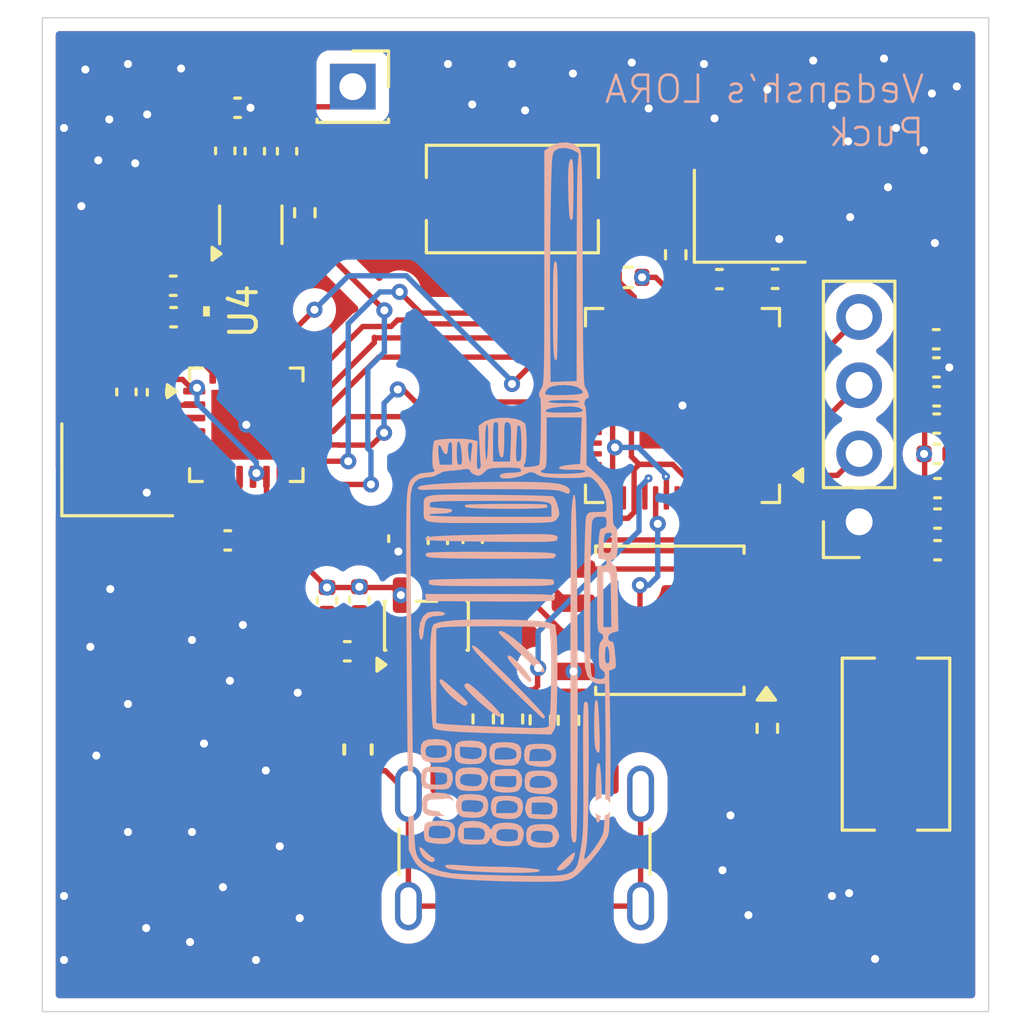
<source format=kicad_pcb>
(kicad_pcb (version 20241229) (generator "pcbnew") (generator_version "9.0")
  (layers (0 "F.Cu" signal) (4 "In1.Cu" signal) (6 "In2.Cu" signal) (2 "B.Cu" signal) (13 "F.Paste" user) (15 "B.Paste" user) (5 "F.SilkS" user "F.Silkscreen") (7 "B.SilkS" user "B.Silkscreen") (1 "F.Mask" user) (3 "B.Mask" user) (25 "Edge.Cuts" user))
  (net 0 "")
  (net 1 "Net-(AE1-A)")
  (net 2 "Earth")
  (net 3 "+3V3")
  (net 4 "/SX_VR_PA")
  (net 5 "Net-(C4-Pad2)")
  (net 6 "Net-(U3-CTRL)")
  (net 7 "Net-(C7-Pad2)")
  (net 8 "Net-(U3-RFIN)")
  (net 9 "/XIN")
  (net 10 "Net-(C10-Pad1)")
  (net 11 "Net-(C11-Pad2)")
  (net 12 "+1V1")
  (net 13 "VBUS")
  (net 14 "Net-(J1-SHIELD)")
  (net 16 "/USB_DM")
  (net 17 "/USB_DP")
  (net 18 "Net-(J1-CC2)")
  (net 19 "Net-(J1-CC1)")
  (net 21 "Net-(U1-DCC_SW)")
  (net 22 "/SX_RFO")
  (net 23 "/SX_DIO2")
  (net 24 "Net-(U2-USB_DM)")
  (net 25 "Net-(U2-USB_DP)")
  (net 26 "/RUN")
  (net 27 "/XOUT")
  (net 28 "/SPI_MISO")
  (net 29 "/SX_RFI_P")
  (net 30 "/SX_BUSY")
  (net 31 "/SPI_CLK")
  (net 32 "/SX_DIO1")
  (net 33 "/SX_NSS")
  (net 34 "/SX_DIO3")
  (net 35 "/SX_RFI_N")
  (net 36 "/SX_XTA")
  (net 37 "/SX_XTB")
  (net 38 "/SX_NRST")
  (net 39 "/SPI_MOSI")
  (net 43 "/QSPI_SD1")
  (net 44 "/SDA")
  (net 45 "/QSPI_SD2")
  (net 49 "/QSPI_SD0")
  (net 59 "/QSPI_SCLK")
  (net 60 "/QSPI_SD3")
  (net 62 "/QSPI_SS")
  (net 67 "/SCL")
  (net 72 "Net-(U3-RF2)")
  (net 73 "Net-(U3-RF1)")
  (net 75 "Net-(R8-Pad2)")
  (net 76 "Net-(U1-VREG)")
  (footprint "Capacitor_SMD:C_0402_1005Metric" (layer "F.Cu") (at 141.508912 83.763954 180)
    (property "Reference" "C25" (hide yes))
    (property "Value" "10uF" (hide yes))
  )
  (footprint "Connector_PinSocket_2.54mm:PinSocket_1x01_P2.54mm_Vertical" (layer "F.Cu") (at 141.712438 62.755749)
    (property "Reference" "AE1" (hide yes))
    (property "Value" "Antenna" (hide yes))
  )
  (footprint "Package_DFN_QFN:QFN-56-1EP_7x7mm_P0.4mm_EP3.2x3.2mm" (layer "F.Cu") (at 153.98125 74.61875 180)
    (property "Reference" "U2" (hide yes))
    (property "Value" "RP2040" (hide yes))
  )
  (footprint "Connector_PinSocket_2.54mm:PinSocket_1x04_P2.54mm_Vertical" (layer "F.Cu") (at 160.554252 78.945382 180)
    (property "Reference" "J2" (hide yes))
    (property "Value" "Conn_01x04" (hide yes))
  )
  (footprint "Resistor_SMD:R_0402_1005Metric" (layer "F.Cu") (at 153.729086 69.010436 -90)
    (property "Reference" "R5" (hide yes))
    (property "Value" "1k" (hide yes))
  )
  (footprint "Capacitor_SMD:C_0402_1005Metric" (layer "F.Cu") (at 137.061371 79.638366)
    (property "Reference" "C3" (hide yes))
    (property "Value" "470nF" (hide yes))
  )
  (footprint "Capacitor_SMD:C_0402_1005Metric" (layer "F.Cu") (at 157.426848 69.905239)
    (property "Reference" "C11" (hide yes))
    (property "Value" "15pF" (hide yes))
  )
  (footprint "Capacitor_SMD:C_0402_1005Metric" (layer "F.Cu") (at 155.355493 69.916283 180)
    (property "Reference" "C10" (hide yes))
    (property "Value" "15pF" (hide yes))
  )
  (footprint "Package_SO:SOIC-8_5.3x5.3mm_P1.27mm" (layer "F.Cu") (at 153.510597 82.607929 180)
    (property "Reference" "U5" (hide yes))
    (property "Value" "W25Q16JVSS" (hide yes))
  )
  (footprint "0900FM15D0039001E:0900FM15D0039E_JOT" (layer "F.Cu") (at 137.650665 71.115034 90)
    (property "Reference" "U4")
    (property "Value" "0900FM15D0039E" (hide yes))
  )
  (footprint "Resistor_SMD:R_0402_1005Metric" (layer "F.Cu") (at 157.138201 86.629057 -90)
    (property "Reference" "R8" (hide yes))
    (property "Value" "1K" (hide yes))
  )
  (footprint "Button_Switch_SMD:SW_Tactile_SPST_NO_Straight_CK_PTS636Sx25SMTRLFS" (layer "F.Cu") (at 161.925 87.21875 -90)
    (property "Reference" "SW1" (hide yes))
    (property "Value" "SW_Push" (hide yes))
  )
  (footprint "Capacitor_SMD:C_0402_1005Metric" (layer "F.Cu") (at 163.449348 76.420248)
    (property "Reference" "C17" (hide yes))
    (property "Value" "100nF" (hide yes))
  )
  (footprint "Package_DFN_QFN:QFN-24-1EP_4x4mm_P0.5mm_EP2.6x2.6mm" (layer "F.Cu") (at 137.751427 75.335605)
    (property "Reference" "U1" (hide yes))
    (property "Value" "SX1262IMLTRT" (hide yes))
  )
  (footprint "Capacitor_SMD:C_0402_1005Metric" (layer "F.Cu") (at 163.422815 72.154566)
    (property "Reference" "C19" (hide yes))
    (property "Value" "100nF" (hide yes))
  )
  (footprint "Resistor_SMD:R_0402_1005Metric" (layer "F.Cu") (at 146.566225 86.280261 90)
    (property "Reference" "R6" (hide yes))
    (property "Value" "5.1k" (hide yes))
  )
  (footprint "Capacitor_SMD:C_0402_1005Metric" (layer "F.Cu") (at 144.880355 79.650218 90)
    (property "Reference" "C20" (hide yes))
    (property "Value" "1uF" (hide yes))
  )
  (footprint "Resistor_SMD:R_0402_1005Metric" (layer "F.Cu") (at 139.930035 67.44595 90)
    (property "Reference" "R1" (hide yes))
    (property "Value" "100" (hide yes))
  )
  (footprint "Resistor_SMD:R_0402_1005Metric" (layer "F.Cu") (at 148.692646 86.315122 -90)
    (property "Reference" "R3" (hide yes))
    (property "Value" "27.4" (hide yes))
  )
  (footprint "Capacitor_SMD:C_0402_1005Metric" (layer "F.Cu") (at 163.43769 74.277984)
    (property "Reference" "C12" (hide yes))
    (property "Value" "1uF" (hide yes))
  )
  (footprint "Crystal:Crystal_SMD_Abracon_ABM8G-4Pin_3.2x2.5mm" (layer "F.Cu") (at 156.482053 67.576054)
    (property "Reference" "Y2" (hide yes))
    (property "Value" "12MHz" (hide yes))
  )
  (footprint "Resistor_SMD:R_0402_1005Metric" (layer "F.Cu") (at 147.654502 86.281484 -90)
    (property "Reference" "R2" (hide yes))
    (property "Value" "27.4" (hide yes))
  )
  (footprint "Resistor_SMD:R_0402_1005Metric" (layer "F.Cu") (at 149.73876 86.332812 -90)
    (property "Reference" "R7" (hide yes))
    (property "Value" "5.1k" (hide yes))
  )
  (footprint "Capacitor_SMD:C_0402_1005Metric" (layer "F.Cu") (at 135.032774 70.163151 180)
    (property "Reference" "C5" (hide yes))
    (property "Value" "47nF" (hide yes))
  )
  (footprint "Capacitor_SMD:C_0402_1005Metric" (layer "F.Cu") (at 146.174645 79.610997 -90)
    (property "Reference" "C21" (hide yes))
    (property "Value" "100nF" (hide yes))
  )
  (footprint "Package_TO_SOT_SMD:SOT-363_SC-70-6" (layer "F.Cu") (at 137.919623 67.89245 90)
    (property "Reference" "U3" (hide yes))
    (property "Value" "PE4259" (hide yes))
  )
  (footprint "Capacitor_SMD:C_0402_1005Metric" (layer "F.Cu") (at 139.268219 65.156901 90)
    (property "Reference" "C6" (hide yes))
    (property "Value" "1nF" (hide yes))
  )
  (footprint "Inductor_SMD:L_0402_1005Metric" (layer "F.Cu") (at 135.105652 72.50267 180)
    (property "Reference" "L2" (hide yes))
    (property "Value" "47nH" (hide yes))
  )
  (footprint "Inductor_SMD:L_0402_1005Metric" (layer "F.Cu") (at 139.023189 63.019883 -90)
    (property "Reference" "L3" (hide yes))
    (property "Value" "9.1nH" (hide yes))
  )
  (footprint "Capacitor_SMD:C_0402_1005Metric" (layer "F.Cu") (at 163.471416 80.003742)
    (property "Reference" "C14" (hide yes))
    (property "Value" "100nF" (hide yes))
  )
  (footprint "Connector_USB:USB_C_Receptacle_GCT_USB4105-xx-A_16P_TopMnt_Horizontal" (layer "F.Cu") (at 148.103214 92.170073)
    (property "Reference" "J1" (hide yes))
    (property "Value" "USB_C_Receptacle_USB2.0_16P" (hide yes))
  )
  (footprint "PCM_JLCPCB:FB_0603" (layer "F.Cu") (at 141.905702 87.418929 90)
    (property "Reference" "FB1" (hide yes))
    (property "Value" "BLM15AX102SN1D" (hide yes))
  )
  (footprint "Resistor_SMD:R_0402_1005Metric" (layer "F.Cu") (at 151.966586 69.851505 180)
    (property "Reference" "R4" (hide yes))
    (property "Value" "10k" (hide yes))
  )
  (footprint "Inductor_SMD:L_0402_1005Metric" (layer "F.Cu") (at 137.026913 78.525181 180)
    (property "Reference" "L1" (hide yes))
    (property "Value" "15uH" (hide yes))
  )
  (footprint "Capacitor_SMD:C_0402_1005Metric" (layer "F.Cu") (at 137.428014 63.541647)
    (property "Reference" "C8" (hide yes))
    (property "Value" "3.3pF" (hide yes))
  )
  (footprint "Package_TO_SOT_SMD:SOT-23-5" (layer "F.Cu") (at 144.453077 82.812088 90)
    (property "Reference" "U6" (hide yes))
    (property "Value" "AP2112K-3.3" (hide yes))
  )
  (footprint "Capacitor_SMD:C_0402_1005Metric" (layer "F.Cu") (at 141.957997 81.844006 -90)
    (property "Reference" "C24" (hide yes))
    (property "Value" "10uF" (hide yes))
  )
  (footprint "Capacitor_SMD:C_0402_1005Metric" (layer "F.Cu") (at 163.438548 75.291609)
    (property "Reference" "C16" (hide yes))
    (property "Value" "100nF" (hide yes))
  )
  (footprint "Capacitor_SMD:C_0402_1005Metric" (layer "F.Cu") (at 134.428902 74.127959 -90)
    (property "Reference" "C1" (hide yes))
    (property "Value" "100nF" (hide yes))
  )
  (footprint "Capacitor_SMD:C_0402_1005Metric" (layer "F.Cu") (at 143.409571 79.572689 -90)
    (property "Reference" "C22" (hide yes))
    (property "Value" "100nF" (hide yes))
  )
  (footprint "Capacitor_SMD:C_0402_1005Metric" (layer "F.Cu") (at 140.754366 81.871089 -90)
    (property "Reference" "C23" (hide yes))
    (property "Value" "100nF" (hide yes))
  )
  (footprint "Capacitor_SMD:C_0402_1005Metric" (layer "F.Cu") (at 135.046509 71.333436 180)
    (property "Reference" "C4" (hide yes))
    (property "Value" "47pF" (hide yes))
  )
  (footprint "Capacitor_SMD:C_0402_1005Metric" (layer "F.Cu") (at 136.968596 65.144266 90)
    (property "Reference" "C7" (hide yes))
    (property "Value" "39nF" (hide yes))
  )
  (footprint "Capacitor_SMD:C_0402_1005Metric" (layer "F.Cu") (at 133.291726 74.115323 90)
    (property "Reference" "C2" (hide yes))
    (property "Value" "100nF" (hide yes))
  )
  (footprint "Button_Switch_SMD:SW_Tactile_SPST_NO_Straight_CK_PTS636Sx25SMTRLFS" (layer "F.Cu") (at 147.651667 66.93611)
    (property "Reference" "SW2" (hide yes))
    (property "Value" "SW_Push" (hide yes))
  )
  (footprint "Capacitor_SMD:C_0402_1005Metric" (layer "F.Cu") (at 163.427748 73.201735)
    (property "Reference" "C15" (hide yes))
    (property "Value" "100nF" (hide yes))
  )
  (footprint "Capacitor_SMD:C_0402_1005Metric" (layer "F.Cu") (at 163.471416 78.82515)
    (property "Reference" "C13" (hide yes))
    (property "Value" "100nF" (hide yes))
  )
  (footprint "Capacitor_SMD:C_0402_1005Metric" (layer "F.Cu") (at 163.470949 77.694693)
    (property "Reference" "C18" (hide yes))
    (property "Value" "100nF" (hide yes))
  )
  (footprint "Capacitor_SMD:C_0402_1005Metric" (layer "F.Cu") (at 138.067866 65.156901 -90)
    (property "Reference" "C9" (hide yes))
    (property "Value" "3.3pF" (hide yes))
  )
  (footprint "Crystal:Crystal_SMD_3225-4Pin_3.2x2.5mm" (layer "F.Cu") (at 132.948026 77.010552)
    (property "Reference" "Y1" (hide yes))
    (property "Value" "32MHz" (hide yes))
  )
  (footprint "LOGO" (layer "B.Cu") (at 147.6375 78.58125 180)
    (property "Reference" "G***" (hide yes))
    (property "Value" "LOGO" (hide yes))
  )
  (gr_rect (start 130.161746 60.191682) (end 165.372314 97.170032) (stroke (width 0.05)) (fill no) (layer "Edge.Cuts"))
  (gr_text "Vedansh's LORA \nPuck" (at 163.049678 65.049474 0) (layer "B.SilkS") (effects (font (size 1 1) (thickness 0.1)) (justify left bottom mirror)))
  (segment (start 138.067866 64.460206) (end 139.023189 63.504883) (width 0.2) (layer "F.Cu") (net 1))
  (segment (start 138.067866 64.676901) (end 138.067866 64.460206) (width 0.2) (layer "F.Cu") (net 1))
  (segment (start 140.963304 63.504883) (end 141.712438 62.755749) (width 0.2) (layer "F.Cu") (net 1))
  (segment (start 139.023189 63.504883) (end 140.963304 63.504883) (width 0.2) (layer "F.Cu") (net 1))
  (segment (start 137.919623 68.84245) (end 137.919623 70.420276) (width 0.2) (layer "F.Cu") (net 2))
  (segment (start 137.400665 71.333234) (end 137.837066 70.896833) (width 0.2) (layer "F.Cu") (net 2))
  (segment (start 138.118866 71.115034) (end 138.549066 71.115034) (width 0.2) (layer "F.Cu") (net 2))
  (segment (start 138.308219 65.636901) (end 139.268219 64.676901) (width 0.2) (layer "F.Cu") (net 2))
  (segment (start 137.182464 71.115034) (end 137.400665 71.333235) (width 0.2) (layer "F.Cu") (net 2))
  (segment (start 135.887927 76.159605) (end 136.927427 76.159605) (width 0.2) (layer "F.Cu") (net 2))
  (segment (start 135.791573 74.607959) (end 135.813927 74.585605) (width 0.2) (layer "F.Cu") (net 2))
  (segment (start 138.501427 74.585605) (end 137.751427 75.335605) (width 0.2) (layer "F.Cu") (net 2))
  (segment (start 155.382053 66.726054) (end 155.882053 66.726054) (width 0.2) (layer "F.Cu") (net 2))
  (segment (start 136.927427 76.159605) (end 137.751427 75.335605) (width 0.2) (layer "F.Cu") (net 2))
  (segment (start 136.752264 71.115034) (end 136.752264 70.587634) (width 0.2) (layer "F.Cu") (net 2))
  (segment (start 137.001427 77.273105) (end 137.001427 76.085605) (width 0.2) (layer "F.Cu") (net 2))
  (segment (start 136.752264 71.115034) (end 137.182464 71.115034) (width 0.2) (layer "F.Cu") (net 2))
  (segment (start 138.067866 65.636901) (end 138.308219 65.636901) (width 0.2) (layer "F.Cu") (net 2))
  (segment (start 138.682466 71.115034) (end 138.803266 71.235834) (width 0.2) (layer "F.Cu") (net 2))
  (segment (start 135.813927 76.085605) (end 135.887927 76.159605) (width 0.2) (layer "F.Cu") (net 2))
  (segment (start 137.400665 71.333235) (end 137.400665 71.790834) (width 0.2) (layer "F.Cu") (net 2))
  (segment (start 137.400665 71.790834) (end 137.400665 71.333234) (width 0.2) (layer "F.Cu") (net 2))
  (segment (start 137.001427 76.085605) (end 137.751427 75.335605) (width 0.2) (layer "F.Cu") (net 2))
  (segment (start 137.900665 70.439234) (end 137.900665 70.896833) (width 0.2) (layer "F.Cu") (net 2))
  (segment (start 137.900665 70.896833) (end 138.118866 71.115034) (width 0.2) (layer "F.Cu") (net 2))
  (segment (start 136.752264 70.587634) (end 136.900664 70.439234) (width 0.2) (layer "F.Cu") (net 2))
  (segment (start 134.428902 74.607959) (end 135.791573 74.607959) (width 0.2) (layer "F.Cu") (net 2))
  (segment (start 138.501427 73.398105) (end 138.501427 74.585605) (width 0.2) (layer "F.Cu") (net 2))
  (segment (start 138.549066 71.115034) (end 138.682466 71.115034) (width 0.2) (layer "F.Cu") (net 2))
  (segment (start 138.501427 72.720224) (end 138.501427 73.398105) (width 0.2) (layer "F.Cu") (net 2))
  (segment (start 137.919623 70.420276) (end 137.900665 70.439234) (width 0.2) (layer "F.Cu") (net 2))
  (segment (start 138.803266 71.235834) (end 138.803266 72.418385) (width 0.2) (layer "F.Cu") (net 2))
  (segment (start 155.882053 66.726054) (end 157.582053 68.426054) (width 0.2) (layer "F.Cu") (net 2))
  (segment (start 138.803266 72.418385) (end 138.501427 72.720224) (width 0.2) (layer "F.Cu") (net 2))
  (segment (start 137.837066 70.896833) (end 137.900665 70.896833) (width 0.2) (layer "F.Cu") (net 2))
  (via (at 160.14421 64.789775) (size 0.6) (drill 0.3) (layers "F.Cu" "B.Cu") (net 2))
  (via (at 157.582053 68.426054) (size 0.6) (drill 0.3) (layers "F.Cu" "B.Cu") (net 2))
  (via (at 163.371891 68.573952) (size 0.6) (drill 0.3) (layers "F.Cu" "B.Cu") (net 2))
  (via (at 155.469638 91.909712) (size 0.6) (drill 0.3) (layers "F.Cu" "B.Cu") (net 2))
  (via (at 153.98125 74.61875) (size 0.6) (drill 0.3) (layers "F.Cu" "B.Cu") (net 2))
  (via (at 139.739333 93.690501) (size 0.6) (drill 0.3) (layers "F.Cu" "B.Cu") (net 2))
  (via (at 146.157595 63.417084) (size 0.6) (drill 0.3) (layers "F.Cu" "B.Cu") (net 2))
  (via (at 162.963793 65.123673) (size 0.6) (drill 0.3) (layers "F.Cu" "B.Cu") (net 2))
  (via (at 130.96875 92.86875) (size 0.6) (drill 0.3) (layers "F.Cu" "B.Cu") (net 2))
  (via (at 135.658358 94.580896) (size 0.6) (drill 0.3) (layers "F.Cu" "B.Cu") (net 2))
  (via (at 152.724255 63.565483) (size 0.6) (drill 0.3) (layers "F.Cu" "B.Cu") (net 2))
  (via (at 154.78125 61.9125) (size 0.6) (drill 0.3) (layers "F.Cu" "B.Cu") (net 2))
  (via (at 138.1125 95.25) (size 0.6) (drill 0.3) (layers "F.Cu" "B.Cu") (net 2))
  (via (at 135.73125 90.4875) (size 0.6) (drill 0.3) (layers "F.Cu" "B.Cu") (net 2))
  (via (at 137.908014 63.541647) (size 0.6) (drill 0.3) (layers "F.Cu" "B.Cu") (net 2))
  (via (at 133.35 90.4875) (size 0.6) (drill 0.3) (layers "F.Cu" "B.Cu") (net 2))
  (via (at 161.479802 61.710494) (size 0.6) (drill 0.3) (layers "F.Cu" "B.Cu") (net 2))
  (via (at 163.907748 73.201735) (size 0.6) (drill 0.3) (layers "F.Cu" "B.Cu") (net 2))
  (via (at 148.123883 63.639682) (size 0.6) (drill 0.3) (layers "F.Cu" "B.Cu") (net 2))
  (via (at 163.260591 63.008986) (size 0.6) (drill 0.3) (layers "F.Cu" "B.Cu") (net 2))
  (via (at 132.245179 65.494671) (size 0.6) (drill 0.3) (layers "F.Cu" "B.Cu") (net 2))
  (via (at 161.628201 66.496365) (size 0.6) (drill 0.3) (layers "F.Cu" "B.Cu") (net 2))
  (via (at 137.624646 82.783167) (size 0.6) (drill 0.3) (layers "F.Cu" "B.Cu") (net 2))
  (via (at 133.35 85.725) (size 0.6) (drill 0.3) (layers "F.Cu" "B.Cu") (net 2))
  (via (at 152.093559 61.858893) (size 0.6) (drill 0.3) (layers "F.Cu" "B.Cu") (net 2))
  (via (at 136.882651 92.540408) (size 0.6) (drill 0.3) (layers "F.Cu" "B.Cu") (net 2))
  (via (at 135.73125 83.34375) (size 0.6) (drill 0.3) (layers "F.Cu" "B.Cu") (net 2))
  (via (at 132.653276 63.97358) (size 0.6) (drill 0.3) (layers "F.Cu" "B.Cu") (net 2))
  (via (at 161.925 64.29375) (size 0.6) (drill 0.3) (layers "F.Cu" "B.Cu") (net 2))
  (via (at 156.434233 93.579202) (size 0.6) (drill 0.3) (layers "F.Cu" "B.Cu") (net 2))
  (via (at 134.063068 63.788081) (size 0.6) (drill 0.3) (layers "F.Cu" "B.Cu") (net 2))
  (via (at 135.32446 62.081492) (size 0.6) (drill 0.3) (layers "F.Cu" "B.Cu") (net 2))
  (via (at 132.170979 87.643237) (size 0.6) (drill 0.3) (layers "F.Cu" "B.Cu") (net 2))
  (via (at 160.18131 92.763006) (size 0.6) (drill 0.3) (layers "F.Cu" "B.Cu") (net 2))
  (via (at 130.96875 64.29375) (size 0.6) (drill 0.3) (layers "F.Cu" "B.Cu") (net 2))
  (via (at 155.17284 63.93648) (size 0.6) (drill 0.3) (layers "F.Cu" "B.Cu") (net 2))
  (via (at 134.048026 77.860552) (size 0.6) (drill 0.3) (layers "F.Cu" "B.Cu") (net 2))
  (via (at 130.96875 95.25) (size 0.6) (drill 0.3) (layers "F.Cu" "B.Cu") (net 2))
  (via (at 137.751427 75.335605) (size 0.6) (drill 0.3) (layers "F.Cu" "B.Cu") (net 2))
  (via (at 149.904672 62.26699) (size 0.6) (drill 0.3) (layers "F.Cu" "B.Cu") (net 2))
  (via (at 160.21841 67.609358) (size 0.6) (drill 0.3) (layers "F.Cu" "B.Cu") (net 2))
  (via (at 157.139128 62.860587) (size 0.6) (drill 0.3) (layers "F.Cu" "B.Cu") (net 2))
  (via (at 143.409571 80.052689) (size 0.6) (drill 0.3) (layers "F.Cu" "B.Cu") (net 2))
  (via (at 133.35 61.9125) (size 0.6) (drill 0.3) (layers "F.Cu" "B.Cu") (net 2))
  (via (at 155.766437 89.869224) (size 0.6) (drill 0.3) (layers "F.Cu" "B.Cu") (net 2))
  (via (at 138.477941 88.199734) (size 0.6) (drill 0.3) (layers "F.Cu" "B.Cu") (net 2))
  (via (at 161.145904 95.211592) (size 0.6) (drill 0.3) (layers "F.Cu" "B.Cu") (net 2))
  (via (at 131.762881 62.118591) (size 0.6) (drill 0.3) (layers "F.Cu" "B.Cu") (net 2))
  (via (at 134.025968 94.061499) (size 0.6) (drill 0.3) (layers "F.Cu" "B.Cu") (net 2))
  (via (at 145.25625 61.9125) (size 0.6) (drill 0.3) (layers "F.Cu" "B.Cu") (net 2))
  (via (at 159.550614 63.454183) (size 0.6) (drill 0.3) (layers "F.Cu" "B.Cu") (net 2))
  (via (at 131.614482 67.201261) (size 0.6) (drill 0.3) (layers "F.Cu" "B.Cu") (net 2))
  (via (at 132.690376 81.447575) (size 0.6) (drill 0.3) (layers "F.Cu" "B.Cu") (net 2))
  (via (at 136.177755 87.19804) (size 0.6) (drill 0.3) (layers "F.Cu" "B.Cu") (net 2))
  (via (at 138.997338 91.019317) (size 0.6) (drill 0.3) (layers "F.Cu" "B.Cu") (net 2))
  (via (at 159.54375 92.86875) (size 0.6) (drill 0.3) (layers "F.Cu" "B.Cu") (net 2))
  (via (at 164.188086 62.749288) (size 0.6) (drill 0.3) (layers "F.Cu" "B.Cu") (net 2))
  (via (at 133.61787 65.60597) (size 0.6) (drill 0.3) (layers "F.Cu" "B.Cu") (net 2))
  (via (at 147.6375 61.9125) (size 0.6) (drill 0.3) (layers "F.Cu" "B.Cu") (net 2))
  (via (at 137.142349 84.860754) (size 0.6) (drill 0.3) (layers "F.Cu" "B.Cu") (net 2))
  (via (at 131.94838 83.599362) (size 0.6) (drill 0.3) (layers "F.Cu" "B.Cu") (net 2))
  (via (at 158.845718 61.784693) (size 0.6) (drill 0.3) (layers "F.Cu" "B.Cu") (net 2))
  (via (at 139.665134 85.305951) (size 0.6) (drill 0.3) (layers "F.Cu" "B.Cu") (net 2))
  (segment (start 153.78125 70.645976) (end 152.986779 69.851505) (width 0.2) (layer "F.Cu") (net 3))
  (segment (start 134.428902 73.647959) (end 135.376281 73.647959) (width 0.2) (layer "F.Cu") (net 3))
  (segment (start 135.73125 66.675) (end 133.35 69.05625) (width 0.2) (layer "F.Cu") (net 3))
  (segment (start 138.501427 79.13815) (end 138.501427 77.273105) (width 0.2) (layer "F.Cu") (net 3))
  (segment (start 153.38225 77.275781) (end 153.38225 78.05625) (width 0.2) (layer "F.Cu") (net 3))
  (segment (start 151.78125 78.05625) (end 151.38125 77.65625) (width 0.2) (layer "F.Cu") (net 3))
  (segment (start 151.079024 73.61875) (end 150.54375 73.61875) (width 0.2) (layer "F.Cu") (net 3))
  (segment (start 134.428902 73.647959) (end 133.304362 73.647959) (width 0.2) (layer "F.Cu") (net 3))
  (segment (start 157.41875 77.21875) (end 159.740884 77.21875) (width 0.2) (layer "F.Cu") (net 3))
  (segment (start 156.876184 73.61875) (end 156.668166 73.826768) (width 0.2) (layer "F.Cu") (net 3))
  (segment (start 133.341626 72.308759) (end 133.254963 72.395422) (width 0.2) (layer "F.Cu") (net 3))
  (segment (start 151.38125 74.266212) (end 151.382873 74.264589) (width 0.2) (layer "F.Cu") (net 3))
  (segment (start 133.291726 72.830471) (end 133.291726 73.635323) (width 0.2) (layer "F.Cu") (net 3))
  (segment (start 151.38125 77.65625) (end 151.38125 76.2) (width 0.2) (layer "F.Cu") (net 3))
  (segment (start 153.78125 71.18125) (end 153.78125 70.645976) (width 0.2) (layer "F.Cu") (net 3))
  (segment (start 133.35 69.05625) (end 133.35 71.96514) (width 0.2) (layer "F.Cu") (net 3))
  (segment (start 135.813927 74.085605) (end 135.813927 74.063469) (width 0.2) (layer "F.Cu") (net 3))
  (segment (start 140.754366 81.391089) (end 143.219578 81.391089) (width 0.2) (layer "F.Cu") (net 3))
  (segment (start 153.38125 78.05625) (end 153.78125 78.05625) (width 0.2) (layer "F.Cu") (net 3))
  (segment (start 156.668166 73.826768) (end 156.668166 77.00344) (width 0.2) (layer "F.Cu") (net 3))
  (segment (start 151.382873 73.922599) (end 151.079024 73.61875) (width 0.2) (layer "F.Cu") (net 3))
  (segment (start 151.38125 78.05625) (end 151.78125 78.05625) (width 0.2) (layer "F.Cu") (net 3))
  (segment (start 140.754366 81.391089) (end 138.501427 79.13815) (width 0.2) (layer "F.Cu") (net 3))
  (segment (start 151.38125 76.2) (end 151.38125 74.266212) (width 0.2) (layer "F.Cu") (net 3))
  (segment (start 156.884529 77.21875) (end 156.702365 77.036586) (width 0.2) (layer "F.Cu") (net 3))
  (segment (start 137.269623 66.94245) (end 137.002173 66.675) (width 0.2) (layer "F.Cu") (net 3))
  (segment (start 135.376281 73.647959) (end 135.813927 74.085605) (width 0.2) (layer "F.Cu") (net 3))
  (segment (start 135.813927 74.063469) (end 135.91679 73.960606) (width 0.2) (layer "F.Cu") (net 3))
  (segment (start 157.41875 73.61875) (end 156.876184 73.61875) (width 0.2) (layer "F.Cu") (net 3))
  (segment (start 143.219578 81.391089) (end 143.503077 81.674588) (width 0.2) (layer "F.Cu") (net 3))
  (segment (start 152.986779 69.851505) (end 152.476586 69.851505) (width 0.2) (layer "F.Cu") (net 3))
  (segment (start 153.366414 77.259945) (end 153.38225 77.275781) (width 0.2) (layer "F.Cu") (net 3))
  (segment (start 162.991416 72.203167) (end 162.942815 72.154566) (width 0.2) (layer "F.Cu") (net 3))
  (segment (start 151.38125 76.2) (end 151.449781 76.2) (width 0.2) (layer "F.Cu") (net 3))
  (segment (start 151.382873 74.264589) (end 151.382873 73.922599) (width 0.2) (layer "F.Cu") (net 3))
  (segment (start 157.41875 77.21875) (end 156.884529 77.21875) (width 0.2) (layer "F.Cu") (net 3))
  (segment (start 151.449781 76.2) (end 151.469926 76.179855) (width 0.2) (layer "F.Cu") (net 3))
  (segment (start 133.254963 72.793708) (end 133.291726 72.830471) (width 0.2) (layer "F.Cu") (net 3))
  (segment (start 162.991416 80.003742) (end 162.991416 72.203167) (width 0.2) (layer "F.Cu") (net 3))
  (segment (start 159.740884 77.21875) (end 160.554252 76.405382) (width 0.2) (layer "F.Cu") (net 3))
  (segment (start 133.254963 72.395422) (end 133.254963 72.793708) (width 0.2) (layer "F.Cu") (net 3))
  (segment (start 150.54375 77.21875) (end 151.38125 78.05625) (width 0.2) (layer "F.Cu") (net 3))
  (segment (start 137.002173 66.675) (end 135.73125 66.675) (width 0.2) (layer "F.Cu") (net 3))
  (segment (start 133.35 71.96514) (end 133.341626 71.973514) (width 0.2) (layer "F.Cu") (net 3))
  (segment (start 133.304362 73.647959) (end 133.291726 73.635323) (width 0.2) (layer "F.Cu") (net 3))
  (segment (start 156.668166 77.00344) (end 156.884476 77.21975) (width 0.2) (layer "F.Cu") (net 3))
  (segment (start 138.501427 77.273105) (end 138.001427 77.273105) (width 0.2) (layer "F.Cu") (net 3))
  (segment (start 133.341626 71.973514) (end 133.341626 72.308759) (width 0.2) (layer "F.Cu") (net 3))
  (via (at 140.754366 81.391089) (size 0.6) (drill 0.3) (layers "F.Cu" "B.Cu") (net 3))
  (via (at 141.957997 81.364006) (size 0.6) (drill 0.3) (layers "F.Cu" "B.Cu") (net 3))
  (via (at 160.554252 76.405382) (size 0.6) (drill 0.3) (layers "F.Cu" "B.Cu") (net 3))
  (via (at 135.91679 73.960606) (size 0.6) (drill 0.3) (layers "F.Cu" "B.Cu") (net 3))
  (via (at 138.126427 77.135606) (size 0.6) (drill 0.3) (layers "F.Cu" "B.Cu") (net 3))
  (via (at 162.969348 76.420248) (size 0.6) (drill 0.3) (layers "F.Cu" "B.Cu") (net 3))
  (via micro (at 153.366414 77.259945) (size 0.3) (drill 0.1) (layers "F.Cu" "B.Cu") (net 3))
  (via (at 152.476586 69.851505) (size 0.6) (drill 0.3) (layers "F.Cu" "B.Cu") (net 3))
  (via (at 149.923097 84.512929) (size 0.6) (drill 0.3) (layers "F.Cu" "B.Cu") (net 3))
  (via (at 151.469926 76.179855) (size 0.6) (drill 0.3) (layers "F.Cu" "B.Cu") (net 3))
  (via (at 143.503077 81.674588) (size 0.6) (drill 0.3) (layers "F.Cu" "B.Cu") (net 3))
  (segment (start 152.339843 76.179855) (end 153.366414 77.206426) (width 0.2) (layer "B.Cu") (net 3))
  (segment (start 138.126427 76.736574) (end 138.126427 77.135606) (width 0.2) (layer "B.Cu") (net 3))
  (segment (start 151.469926 76.179855) (end 152.339843 76.179855) (width 0.2) (layer "B.Cu") (net 3))
  (segment (start 153.366414 77.206426) (end 153.366414 77.259945) (width 0.2) (layer "B.Cu") (net 3))
  (segment (start 135.91679 74.526937) (end 138.126427 76.736574) (width 0.2) (layer "B.Cu") (net 3))
  (segment (start 135.91679 73.960606) (end 135.91679 74.526937) (width 0.2) (layer "B.Cu") (net 3))
  (segment (start 135.605992 72.50267) (end 136.501427 73.398105) (width 0.2) (layer "F.Cu") (net 4))
  (segment (start 135.512774 71.319701) (end 135.526509 71.333436) (width 0.2) (layer "F.Cu") (net 4))
  (segment (start 135.526509 72.438527) (end 135.590652 72.50267) (width 0.2) (layer "F.Cu") (net 4))
  (segment (start 135.526509 71.333436) (end 135.526509 72.438527) (width 0.2) (layer "F.Cu") (net 4))
  (segment (start 135.590652 72.50267) (end 135.605992 72.50267) (width 0.2) (layer "F.Cu") (net 4))
  (segment (start 135.512774 70.163151) (end 135.512774 71.319701) (width 0.2) (layer "F.Cu") (net 4))
  (segment (start 134.566509 71.333436) (end 134.566509 70.176886) (width 0.2) (layer "F.Cu") (net 5))
  (segment (start 134.566509 70.176886) (end 134.552774 70.163151) (width 0.2) (layer "F.Cu") (net 5))
  (segment (start 139.268219 65.636901) (end 139.268219 66.243854) (width 0.2) (layer "F.Cu") (net 6))
  (segment (start 139.930035 66.90567) (end 139.268219 66.243854) (width 0.2) (layer "F.Cu") (net 6))
  (segment (start 139.930035 66.93595) (end 139.930035 66.90567) (width 0.2) (layer "F.Cu") (net 6))
  (segment (start 139.268219 66.243854) (end 138.569623 66.94245) (width 0.2) (layer "F.Cu") (net 6))
  (segment (start 139.023189 62.534883) (end 137.954778 62.534883) (width 0.2) (layer "F.Cu") (net 7))
  (segment (start 136.968596 64.664266) (end 136.968596 63.562229) (width 0.2) (layer "F.Cu") (net 7))
  (segment (start 137.954778 62.534883) (end 136.948014 63.541647) (width 0.2) (layer "F.Cu") (net 7))
  (segment (start 136.968596 63.562229) (end 136.948014 63.541647) (width 0.2) (layer "F.Cu") (net 7))
  (segment (start 137.919623 66.575293) (end 137.919623 66.94245) (width 0.2) (layer "F.Cu") (net 8))
  (segment (start 136.968596 65.624266) (end 137.919623 66.575293) (width 0.2) (layer "F.Cu") (net 8))
  (segment (start 154.875493 68.932614) (end 155.382053 68.426054) (width 0.2) (layer "F.Cu") (net 9))
  (segment (start 154.58125 71.18125) (end 154.58125 70.645976) (width 0.2) (layer "F.Cu") (net 9))
  (segment (start 154.58125 70.645976) (end 154.875493 70.351733) (width 0.2) (layer "F.Cu") (net 9))
  (segment (start 154.875493 70.351733) (end 154.875493 69.916283) (width 0.2) (layer "F.Cu") (net 9))
  (segment (start 154.875493 69.916283) (end 154.875493 68.932614) (width 0.2) (layer "F.Cu") (net 9))
  (segment (start 156.935804 69.916283) (end 156.946848 69.905239) (width 0.2) (layer "F.Cu") (net 10))
  (segment (start 155.835493 69.916283) (end 156.935804 69.916283) (width 0.2) (layer "F.Cu") (net 10))
  (segment (start 157.906848 69.905239) (end 158.583053 69.229034) (width 0.2) (layer "F.Cu") (net 11))
  (segment (start 156.681053 65.825054) (end 157.582053 66.726054) (width 0.2) (layer "F.Cu") (net 11))
  (segment (start 153.729086 68.500436) (end 153.729086 66.792861) (width 0.2) (layer "F.Cu") (net 11))
  (segment (start 158.583053 67.727054) (end 157.582053 66.726054) (width 0.2) (layer "F.Cu") (net 11))
  (segment (start 154.696893 65.825054) (end 156.681053 65.825054) (width 0.2) (layer "F.Cu") (net 11))
  (segment (start 158.583053 69.229034) (end 158.583053 67.727054) (width 0.2) (layer "F.Cu") (net 11))
  (segment (start 153.729086 66.792861) (end 154.696893 65.825054) (width 0.2) (layer "F.Cu") (net 11))
  (segment (start 152.18125 78.05625) (end 152.18125 76.999381) (width 0.2) (layer "F.Cu") (net 12))
  (segment (start 153.38125 71.714524) (end 153.38125 71.18125) (width 0.2) (layer "F.Cu") (net 12))
  (segment (start 152.08025 76.51975) (end 152.08025 72.324858) (width 0.2) (layer "F.Cu") (net 12))
  (segment (start 152.08025 72.324858) (end 152.437472 71.967636) (width 0.2) (layer "F.Cu") (net 12))
  (segment (start 143.409571 79.092689) (end 144.802826 79.092689) (width 0.2) (layer "F.Cu") (net 12))
  (segment (start 151.957401 78.815373) (end 152.18125 78.591524) (width 0.2) (layer "F.Cu") (net 12))
  (segment (start 154.18125 77.371949) (end 153.619246 76.809945) (width 0.2) (layer "F.Cu") (net 12))
  (segment (start 152.18125 78.591524) (end 152.18125 78.05625) (width 0.2) (layer "F.Cu") (net 12))
  (segment (start 144.802826 79.092689) (end 144.880355 79.170218) (width 0.2) (layer "F.Cu") (net 12))
  (segment (start 152.370686 76.809945) (end 153.619246 76.809945) (width 0.2) (layer "F.Cu") (net 12))
  (segment (start 153.38225 71.715524) (end 153.38125 71.714524) (width 0.2) (layer "F.Cu") (net 12))
  (segment (start 146.135424 79.170218) (end 146.174645 79.130997) (width 0.2) (layer "F.Cu") (net 12))
  (segment (start 144.880355 79.170218) (end 146.135424 79.170218) (width 0.2) (layer "F.Cu") (net 12))
  (segment (start 153.619246 76.809945) (end 152.370445 76.809945) (width 0.2) (layer "F.Cu") (net 12))
  (segment (start 152.437472 71.967636) (end 153.130138 71.967636) (width 0.2) (layer "F.Cu") (net 12))
  (segment (start 146.490269 78.815373) (end 151.957401 78.815373) (width 0.2) (layer "F.Cu") (net 12))
  (segment (start 146.174645 79.130997) (end 146.490269 78.815373) (width 0.2) (layer "F.Cu") (net 12))
  (segment (start 153.130138 71.967636) (end 153.38225 71.715524) (width 0.2) (layer "F.Cu") (net 12))
  (segment (start 152.18125 76.999381) (end 152.370686 76.809945) (width 0.2) (layer "F.Cu") (net 12))
  (segment (start 152.370445 76.809945) (end 152.08025 76.51975) (width 0.2) (layer "F.Cu") (net 12))
  (segment (start 154.18125 78.05625) (end 154.18125 77.371949) (width 0.2) (layer "F.Cu") (net 12))
  (segment (start 145.703214 89.065072) (end 146.405215 89.767073) (width 0.2) (layer "F.Cu") (net 13))
  (segment (start 149.835206 89.767073) (end 150.503214 89.099065) (width 0.2) (layer "F.Cu") (net 13))
  (segment (start 143.317443 83.763954) (end 143.503077 83.949588) (width 0.2) (layer "F.Cu") (net 13))
  (segment (start 145.403077 83.490577) (end 145.403077 83.949588) (width 0.2) (layer "F.Cu") (net 13))
  (segment (start 146.405215 89.767073) (end 149.835206 89.767073) (width 0.2) (layer "F.Cu") (net 13))
  (segment (start 145.703214 88.490073) (end 145.703214 84.249725) (width 0.2) (layer "F.Cu") (net 13))
  (segment (start 145.703214 84.249725) (end 145.403077 83.949588) (width 0.2) (layer "F.Cu") (net 13))
  (segment (start 143.503077 83.949588) (end 143.503077 83.287089) (width 0.2) (layer "F.Cu") (net 13))
  (segment (start 141.988912 83.763954) (end 143.317443 83.763954) (width 0.2) (layer "F.Cu") (net 13))
  (segment (start 144.898588 82.986088) (end 145.403077 83.490577) (width 0.2) (layer "F.Cu") (net 13))
  (segment (start 150.503214 89.099065) (end 150.503214 88.490073) (width 0.2) (layer "F.Cu") (net 13))
  (segment (start 143.804078 82.986088) (end 144.898588 82.986088) (width 0.2) (layer "F.Cu") (net 13))
  (segment (start 143.503077 83.287089) (end 143.804078 82.986088) (width 0.2) (layer "F.Cu") (net 13))
  (segment (start 145.703214 88.490073) (end 145.703214 89.065072) (width 0.2) (layer "F.Cu") (net 13))
  (segment (start 142.92707 88.208929) (end 143.783214 89.065073) (width 0.2) (layer "F.Cu") (net 14))
  (segment (start 152.423214 93.245073) (end 152.423214 89.065073) (width 0.2) (layer "F.Cu") (net 14))
  (segment (start 141.905702 88.208929) (end 142.92707 88.208929) (width 0.2) (layer "F.Cu") (net 14))
  (segment (start 143.783214 93.245073) (end 152.423214 93.245073) (width 0.2) (layer "F.Cu") (net 14))
  (segment (start 143.783214 89.065073) (end 143.783214 93.245073) (width 0.2) (layer "F.Cu") (net 14))
  (segment (start 148.086038 89.366073) (end 148.353214 89.098897) (width 0.2) (layer "F.Cu") (net 16))
  (segment (start 147.353214 89.098897) (end 147.62039 89.366073) (width 0.2) (layer "F.Cu") (net 16))
  (segment (start 147.353214 87.092772) (end 147.353214 88.490073) (width 0.2) (layer "F.Cu") (net 16))
  (segment (start 147.353214 88.490073) (end 147.353214 89.098897) (width 0.2) (layer "F.Cu") (net 16))
  (segment (start 147.62039 89.366073) (end 148.086038 89.366073) (width 0.2) (layer "F.Cu") (net 16))
  (segment (start 147.654502 86.791484) (end 147.353214 87.092772) (width 0.2) (layer "F.Cu") (net 16))
  (segment (start 148.353214 89.098897) (end 148.353214 88.490073) (width 0.2) (layer "F.Cu") (net 16))
  (segment (start 147.853214 87.664554) (end 147.853214 88.490073) (width 0.2) (layer "F.Cu") (net 17))
  (segment (start 148.692646 86.825122) (end 147.853214 87.664554) (width 0.2) (layer "F.Cu") (net 17))
  (segment (start 148.853214 86.98569) (end 148.853214 88.490073) (width 0.2) (layer "F.Cu") (net 17))
  (segment (start 148.692646 86.825122) (end 148.853214 86.98569) (width 0.2) (layer "F.Cu") (net 17))
  (segment (start 149.73876 86.842812) (end 149.853214 86.957266) (width 0.2) (layer "F.Cu") (net 18))
  (segment (start 149.853214 86.957266) (end 149.853214 88.490073) (width 0.2) (layer "F.Cu") (net 18))
  (segment (start 146.853214 87.07725) (end 146.566225 86.790261) (width 0.2) (layer "F.Cu") (net 19))
  (segment (start 146.853214 88.490073) (end 146.853214 87.07725) (width 0.2) (layer "F.Cu") (net 19))
  (segment (start 137.501427 77.273105) (end 137.501427 78.514695) (width 0.2) (layer "F.Cu") (net 21))
  (segment (start 137.501427 78.514695) (end 137.511913 78.525181) (width 0.2) (layer "F.Cu") (net 21))
  (segment (start 136.349664 70.062491) (end 136.349664 71.543034) (width 0.2) (layer "F.Cu") (net 22))
  (segment (start 134.620652 72.50267) (end 133.971774 71.853792) (width 0.2) (layer "F.Cu") (net 22))
  (segment (start 133.971774 71.853792) (end 133.971774 69.806601) (width 0.2) (layer "F.Cu") (net 22))
  (segment (start 136.349664 71.543034) (end 136.597464 71.790834) (width 0.2) (layer "F.Cu") (net 22))
  (segment (start 136.927427 71.817597) (end 136.927427 73.324105) (width 0.2) (layer "F.Cu") (net 22))
  (segment (start 135.839324 69.552151) (end 136.349664 70.062491) (width 0.2) (layer "F.Cu") (net 22))
  (segment (start 136.927427 73.324105) (end 137.001427 73.398105) (width 0.2) (layer "F.Cu") (net 22))
  (segment (start 134.226224 69.552151) (end 135.839324 69.552151) (width 0.2) (layer "F.Cu") (net 22))
  (segment (start 136.900664 71.790834) (end 136.927427 71.817597) (width 0.2) (layer "F.Cu") (net 22))
  (segment (start 136.597464 71.790834) (end 136.900664 71.790834) (width 0.2) (layer "F.Cu") (net 22))
  (segment (start 133.971774 69.806601) (end 134.226224 69.552151) (width 0.2) (layer "F.Cu") (net 22))
  (segment (start 139.930035 68.119268) (end 139.930035 67.95595) (width 0.2) (layer "F.Cu") (net 23))
  (segment (start 139.001427 77.701403) (end 139.001427 77.273105) (width 0.2) (layer "F.Cu") (net 23))
  (segment (start 140.867946 77.981139) (end 140.100529 77.981139) (width 0.2) (layer "F.Cu") (net 23))
  (segment (start 140.100036 77.980646) (end 139.28067 77.980646) (width 0.2) (layer "F.Cu") (net 23))
  (segment (start 139.28067 77.980646) (end 139.001427 77.701403) (width 0.2) (layer "F.Cu") (net 23))
  (segment (start 142.8886 71.077833) (end 139.930035 68.119268) (width 0.2) (layer "F.Cu") (net 23))
  (segment (start 141.29299 77.556095) (end 140.867946 77.981139) (width 0.2) (layer "F.Cu") (net 23))
  (segment (start 142.390273 77.556095) (end 141.29299 77.556095) (width 0.2) (layer "F.Cu") (net 23))
  (segment (start 140.100529 77.981139) (end 140.100036 77.980646) (width 0.2) (layer "F.Cu") (net 23))
  (via (at 142.390273 77.556095) (size 0.6) (drill 0.3) (layers "F.Cu" "B.Cu") (net 23))
  (via (at 142.8886 71.077833) (size 0.6) (drill 0.3) (layers "F.Cu" "B.Cu") (net 23))
  (segment (start 142.273019 76.216624) (end 142.273019 73.247025) (width 0.2) (layer "B.Cu") (net 23))
  (segment (start 142.390273 77.556095) (end 142.390273 76.333878) (width 0.2) (layer "B.Cu") (net 23))
  (segment (start 142.273019 73.247025) (end 142.8886 72.631444) (width 0.2) (layer "B.Cu") (net 23))
  (segment (start 142.390273 76.333878) (end 142.273019 76.216624) (width 0.2) (layer "B.Cu") (net 23))
  (segment (start 142.8886 72.631444) (end 142.8886 71.077833) (width 0.2) (layer "B.Cu") (net 23))
  (segment (start 152.58125 77.466867) (end 152.717859 77.330258) (width 0.2) (layer "F.Cu") (net 24))
  (segment (start 152.58125 78.05625) (end 152.58125 77.466867) (width 0.2) (layer "F.Cu") (net 24))
  (segment (start 148.59028 84.406201) (end 148.59028 85.056834) (width 0.2) (layer "F.Cu") (net 24))
  (segment (start 148.59028 85.056834) (end 148.445628 85.201486) (width 0.2) (layer "F.Cu") (net 24))
  (segment (start 147.654502 85.503267) (end 147.654502 85.771484) (width 0.2) (layer "F.Cu") (net 24))
  (segment (start 148.610597 84.385884) (end 148.59028 84.406201) (width 0.2) (layer "F.Cu") (net 24))
  (segment (start 148.445628 85.201486) (end 147.956283 85.201486) (width 0.2) (layer "F.Cu") (net 24))
  (segment (start 147.956283 85.201486) (end 147.654502 85.503267) (width 0.2) (layer "F.Cu") (net 24))
  (via (at 148.610597 84.385884) (size 0.6) (drill 0.3) (layers "F.Cu" "B.Cu") (net 24))
  (via micro (at 152.717859 77.330258) (size 0.3) (drill 0.1) (layers "F.Cu" "B.Cu") (net 24))
  (segment (start 148.610597 83.039975) (end 152.363358 79.287214) (width 0.2) (layer "B.Cu") (net 24))
  (segment (start 152.363358 77.684759) (end 152.717859 77.330258) (width 0.2) (layer "B.Cu") (net 24))
  (segment (start 148.610597 84.385884) (end 148.610597 83.039975) (width 0.2) (layer "B.Cu") (net 24))
  (segment (start 152.363358 79.287214) (end 152.363358 77.684759) (width 0.2) (layer "B.Cu") (net 24))
  (segment (start 152.4 83.508516) (end 152.4 81.302929) (width 0.2) (layer "F.Cu") (net 25))
  (segment (start 152.98125 78.05625) (end 152.98125 78.940462) (width 0.2) (layer "F.Cu") (net 25))
  (segment (start 150.656704 85.251812) (end 152.4 83.508516) (width 0.2) (layer "F.Cu") (net 25))
  (segment (start 149.245956 85.251812) (end 150.656704 85.251812) (width 0.2) (layer "F.Cu") (net 25))
  (segment (start 148.692646 85.805122) (end 149.245956 85.251812) (width 0.2) (layer "F.Cu") (net 25))
  (segment (start 152.98125 78.940462) (end 153.06118 79.020392) (width 0.2) (layer "F.Cu") (net 25))
  (via (at 152.4 81.302929) (size 0.6) (drill 0.3) (layers "F.Cu" "B.Cu") (net 25))
  (via (at 153.06118 79.020392) (size 0.6) (drill 0.3) (layers "F.Cu" "B.Cu") (net 25))
  (segment (start 153.06118 79.024208) (end 153.06118 79.020392) (width 0.2) (layer "B.Cu") (net 25))
  (segment (start 152.734242 81.302929) (end 153.059551 80.97762) (width 0.2) (layer "B.Cu") (net 25))
  (segment (start 152.4 81.302929) (end 152.734242 81.302929) (width 0.2) (layer "B.Cu") (net 25))
  (segment (start 153.059551 79.025837) (end 153.06118 79.024208) (width 0.2) (layer "B.Cu") (net 25))
  (segment (start 153.059551 80.97762) (end 153.059551 79.025837) (width 0.2) (layer "B.Cu") (net 25))
  (segment (start 151.456586 69.851505) (end 152.18125 70.576169) (width 0.2) (layer "F.Cu") (net 26))
  (segment (start 152.18125 70.576169) (end 152.18125 71.18125) (width 0.2) (layer "F.Cu") (net 26))
  (segment (start 151.456586 67.006191) (end 151.526667 66.93611) (width 0.2) (layer "F.Cu") (net 26))
  (segment (start 151.456586 69.851505) (end 151.456586 67.006191) (width 0.2) (layer "F.Cu") (net 26))
  (segment (start 154.02871 69.520436) (end 154.18125 69.672976) (width 0.2) (layer "F.Cu") (net 27))
  (segment (start 153.729086 69.520436) (end 154.02871 69.520436) (width 0.2) (layer "F.Cu") (net 27))
  (segment (start 154.18125 71.18125) (end 154.18125 69.672976) (width 0.2) (layer "F.Cu") (net 27))
  (segment (start 140.414085 75.085605) (end 142.68094 72.81875) (width 0.2) (layer "F.Cu") (net 28))
  (segment (start 142.68094 72.81875) (end 150.54375 72.81875) (width 0.2) (layer "F.Cu") (net 28))
  (segment (start 139.688927 75.085605) (end 140.414085 75.085605) (width 0.2) (layer "F.Cu") (net 28))
  (segment (start 138.303265 72.299793) (end 138.001427 72.601631) (width 0.2) (layer "F.Cu") (net 29))
  (segment (start 138.400666 71.790834) (end 138.303265 71.888235) (width 0.2) (layer "F.Cu") (net 29))
  (segment (start 138.303265 71.888235) (end 138.303265 72.299793) (width 0.2) (layer "F.Cu") (net 29))
  (segment (start 138.001427 72.601631) (end 138.001427 73.398105) (width 0.2) (layer "F.Cu") (net 29))
  (segment (start 149.345721 74.487506) (end 149.815477 74.01775) (width 0.2) (layer "F.Cu") (net 30))
  (segment (start 142.877639 75.634266) (end 142.41973 76.092175) (width 0.2) (layer "F.Cu") (net 30))
  (segment (start 142.41973 76.092175) (end 141.189954 76.092175) (width 0.2) (layer "F.Cu") (net 30))
  (segment (start 149.81975 74.01775) (end 150.007476 74.01775) (width 0.2) (layer "F.Cu") (net 30))
  (segment (start 143.583665 74.022314) (end 144.048857 74.487506) (width 0.2) (layer "F.Cu") (net 30))
  (segment (start 149.815477 74.01775) (end 149.81975 74.01775) (width 0.2) (layer "F.Cu") (net 30))
  (segment (start 149.82075 74.01875) (end 149.81975 74.01775) (width 0.2) (layer "F.Cu") (net 30))
  (segment (start 141.189954 76.092175) (end 141.183384 76.085605) (width 0.2) (layer "F.Cu") (net 30))
  (segment (start 143.389229 74.022314) (end 143.583665 74.022314) (width 0.2) (layer "F.Cu") (net 30))
  (segment (start 150.54375 74.01875) (end 149.82075 74.01875) (width 0.2) (layer "F.Cu") (net 30))
  (segment (start 141.183384 76.085605) (end 139.688927 76.085605) (width 0.2) (layer "F.Cu") (net 30))
  (segment (start 144.048857 74.487506) (end 149.345721 74.487506) (width 0.2) (layer "F.Cu") (net 30))
  (via (at 142.877639 75.634266) (size 0.6) (drill 0.3) (layers "F.Cu" "B.Cu") (net 30))
  (via (at 143.389229 74.022314) (size 0.6) (drill 0.3) (layers "F.Cu" "B.Cu") (net 30))
  (segment (start 143.389229 74.022314) (end 142.877639 74.533904) (width 0.2) (layer "B.Cu") (net 30))
  (segment (start 142.877639 74.533904) (end 142.877639 75.634266) (width 0.2) (layer "B.Cu") (net 30))
  (segment (start 142.567173 71.680747) (end 142.569087 71.678833) (width 0.2) (layer "F.Cu") (net 31))
  (segment (start 144.079543 71.58225) (end 150.10725 71.58225) (width 0.2) (layer "F.Cu") (net 31))
  (segment (start 142.569087 71.678833) (end 143.137543 71.678833) (width 0.2) (layer "F.Cu") (net 31))
  (segment (start 139.688927 74.085605) (end 141.097547 72.676985) (width 0.2) (layer "F.Cu") (net 31))
  (segment (start 141.097547 72.667707) (end 142.084507 71.680747) (width 0.2) (layer "F.Cu") (net 31))
  (segment (start 150.10725 71.58225) (end 150.54375 72.01875) (width 0.2) (layer "F.Cu") (net 31))
  (segment (start 143.934793 71.4375) (end 144.079543 71.58225) (width 0.2) (layer "F.Cu") (net 31))
  (segment (start 143.378876 71.4375) (end 143.934793 71.4375) (width 0.2) (layer "F.Cu") (net 31))
  (segment (start 141.097547 72.676985) (end 141.097547 72.667707) (width 0.2) (layer "F.Cu") (net 31))
  (segment (start 143.137543 71.678833) (end 143.378876 71.4375) (width 0.2) (layer "F.Cu") (net 31))
  (segment (start 142.084507 71.680747) (end 142.567173 71.680747) (width 0.2) (layer "F.Cu") (net 31))
  (segment (start 148.559924 71.18125) (end 144.245643 71.18125) (width 0.2) (layer "F.Cu") (net 32))
  (segment (start 141.544904 76.692175) (end 139.795497 76.692175) (width 0.2) (layer "F.Cu") (net 32))
  (segment (start 151.38125 71.18125) (end 148.559924 71.18125) (width 0.2) (layer "F.Cu") (net 32))
  (segment (start 144.245643 71.18125) (end 143.457603 70.39321) (width 0.2) (layer "F.Cu") (net 32))
  (segment (start 139.795497 76.692175) (end 139.688927 76.585605) (width 0.2) (layer "F.Cu") (net 32))
  (via (at 141.544904 76.692175) (size 0.6) (drill 0.3) (layers "F.Cu" "B.Cu") (net 32))
  (via (at 143.457603 70.39321) (size 0.6) (drill 0.3) (layers "F.Cu" "B.Cu") (net 32))
  (segment (start 141.544904 71.571586) (end 141.544904 76.692175) (width 0.2) (layer "B.Cu") (net 32))
  (segment (start 142.72328 70.39321) (end 141.544904 71.571586) (width 0.2) (layer "B.Cu") (net 32))
  (segment (start 143.457603 70.39321) (end 142.72328 70.39321) (width 0.2) (layer "B.Cu") (net 32))
  (segment (start 147.6375 73.81875) (end 148.2365 73.21975) (width 0.2) (layer "F.Cu") (net 33))
  (segment (start 139.319152 72.024437) (end 140.287628 71.055961) (width 0.2) (layer "F.Cu") (net 33))
  (segment (start 139.001427 73.398105) (end 139.001427 72.787324) (width 0.2) (layer "F.Cu") (net 33))
  (segment (start 150.54375 73.21875) (end 150.008476 73.21875) (width 0.2) (layer "F.Cu") (net 33))
  (segment (start 148.2365 73.21975) (end 150.007476 73.21975) (width 0.2) (layer "F.Cu") (net 33))
  (segment (start 139.319152 72.469599) (end 139.319152 72.024437) (width 0.2) (layer "F.Cu") (net 33))
  (segment (start 150.008476 73.21875) (end 150.007476 73.21975) (width 0.2) (layer "F.Cu") (net 33))
  (segment (start 139.001427 72.787324) (end 139.319152 72.469599) (width 0.2) (layer "F.Cu") (net 33))
  (via (at 140.287628 71.055961) (size 0.6) (drill 0.3) (layers "F.Cu" "B.Cu") (net 33))
  (via (at 147.6375 73.81875) (size 0.6) (drill 0.3) (layers "F.Cu" "B.Cu") (net 33))
  (segment (start 140.287628 71.055961) (end 141.551379 69.79221) (width 0.2) (layer "B.Cu") (net 33))
  (segment (start 143.706546 69.79221) (end 147.6375 73.723164) (width 0.2) (layer "B.Cu") (net 33))
  (segment (start 141.551379 69.79221) (end 143.706546 69.79221) (width 0.2) (layer "B.Cu") (net 33))
  (segment (start 147.6375 73.723164) (end 147.6375 73.81875) (width 0.2) (layer "B.Cu") (net 33))
  (segment (start 137.900665 71.790834) (end 137.900665 72.135293) (width 0.2) (layer "F.Cu") (net 35))
  (segment (start 137.900665 72.135293) (end 137.501427 72.534531) (width 0.2) (layer "F.Cu") (net 35))
  (segment (start 137.501427 72.534531) (end 137.501427 73.398105) (width 0.2) (layer "F.Cu") (net 35))
  (segment (start 135.122973 75.085605) (end 135.813927 75.085605) (width 0.2) (layer "F.Cu") (net 36))
  (segment (start 134.048026 76.160552) (end 135.122973 75.085605) (width 0.2) (layer "F.Cu") (net 36))
  (segment (start 131.848026 77.860552) (end 132.749026 78.761552) (width 0.2) (layer "F.Cu") (net 37))
  (segment (start 135.100427 75.870807) (end 135.385629 75.585605) (width 0.2) (layer "F.Cu") (net 37))
  (segment (start 134.733186 78.761552) (end 135.100427 78.394311) (width 0.2) (layer "F.Cu") (net 37))
  (segment (start 135.100427 78.394311) (end 135.100427 75.870807) (width 0.2) (layer "F.Cu") (net 37))
  (segment (start 135.385629 75.585605) (end 135.813927 75.585605) (width 0.2) (layer "F.Cu") (net 37))
  (segment (start 132.749026 78.761552) (end 134.733186 78.761552) (width 0.2) (layer "F.Cu") (net 37))
  (segment (start 140.977408 75.585605) (end 141.529747 75.033266) (width 0.2) (layer "F.Cu") (net 38))
  (segment (start 141.529747 75.033266) (end 149.367061 75.033266) (width 0.2) (layer "F.Cu") (net 38))
  (segment (start 139.688927 75.585605) (end 140.977408 75.585605) (width 0.2) (layer "F.Cu") (net 38))
  (segment (start 149.367061 75.033266) (end 149.981577 74.41875) (width 0.2) (layer "F.Cu") (net 38))
  (segment (start 149.981577 74.41875) (end 150.54375 74.41875) (width 0.2) (layer "F.Cu") (net 38))
  (segment (start 142.514982 72.278732) (end 142.514982 72.082394) (width 0.2) (layer "F.Cu") (net 39))
  (segment (start 142.514982 72.082394) (end 142.536967 72.104379) (width 0.2) (layer "F.Cu") (net 39))
  (segment (start 139.688927 74.585605) (end 140.208109 74.585605) (width 0.2) (layer "F.Cu") (net 39))
  (segment (start 140.208109 74.585605) (end 142.514982 72.278732) (width 0.2) (layer "F.Cu") (net 39))
  (segment (start 149.278302 72.41875) (end 150.54375 72.41875) (width 0.2) (layer "F.Cu") (net 39))
  (segment (start 142.536967 72.104379) (end 148.963931 72.104379) (width 0.2) (layer "F.Cu") (net 39))
  (segment (start 148.963931 72.104379) (end 149.278302 72.41875) (width 0.2) (layer "F.Cu") (net 39))
  (segment (start 156.18125 78.05625) (end 156.18125 78.982682) (width 0.2) (layer "F.Cu") (net 43))
  (segment (start 158.036267 79.601509) (end 158.612597 80.177839) (width 0.2) (layer "F.Cu") (net 43))
  (segment (start 157.910596 83.242929) (end 157.098097 83.242929) (width 0.2) (layer "F.Cu") (net 43))
  (segment (start 156.18125 78.982682) (end 156.800077 79.601509) (width 0.2) (layer "F.Cu") (net 43))
  (segment (start 158.612597 82.540928) (end 157.910596 83.242929) (width 0.2) (layer "F.Cu") (net 43))
  (segment (start 156.800077 79.601509) (end 158.036267 79.601509) (width 0.2) (layer "F.Cu") (net 43))
  (segment (start 158.612597 80.177839) (end 158.612597 82.540928) (width 0.2) (layer "F.Cu") (net 43))
  (segment (start 158.400884 76.01875) (end 157.41875 76.01875) (width 0.2) (layer "F.Cu") (net 44))
  (segment (start 160.554252 73.865382) (end 158.400884 76.01875) (width 0.2) (layer "F.Cu") (net 44))
  (segment (start 158.211597 80.343939) (end 157.900573 80.032915) (width 0.2) (layer "F.Cu") (net 45))
  (segment (start 158.211597 81.671928) (end 158.211597 80.343939) (width 0.2) (layer "F.Cu") (net 45))
  (segment (start 157.098097 81.972929) (end 157.910596 81.972929) (width 0.2) (layer "F.Cu") (net 45))
  (segment (start 157.900573 80.032915) (end 156.633977 80.032915) (width 0.2) (layer "F.Cu") (net 45))
  (segment (start 155.78125 79.180188) (end 155.78125 78.05625) (width 0.2) (layer "F.Cu") (net 45))
  (segment (start 156.633977 80.032915) (end 155.78125 79.180188) (width 0.2) (layer "F.Cu") (net 45))
  (segment (start 157.910596 81.972929) (end 158.211597 81.671928) (width 0.2) (layer "F.Cu") (net 45))
  (segment (start 154.265144 80.702929) (end 155.397375 79.570698) (width 0.2) (layer "F.Cu") (net 49))
  (segment (start 155.397375 79.570698) (end 155.38125 79.554573) (width 0.2) (layer "F.Cu") (net 49))
  (segment (start 155.38125 79.554573) (end 155.38125 78.05625) (width 0.2) (layer "F.Cu") (net 49))
  (segment (start 149.923097 80.702929) (end 154.265144 80.702929) (width 0.2) (layer "F.Cu") (net 49))
  (segment (start 148.809597 80.343939) (end 149.132144 80.021392) (width 0.2) (layer "F.Cu") (net 59))
  (segment (start 149.923097 81.972929) (end 149.720607 81.972929) (width 0.2) (layer "F.Cu") (net 59))
  (segment (start 154.98125 79.151391) (end 154.98125 78.05625) (width 0.2) (layer "F.Cu") (net 59))
  (segment (start 148.809597 81.061919) (end 148.809597 80.343939) (width 0.2) (layer "F.Cu") (net 59))
  (segment (start 154.111249 80.021392) (end 154.98125 79.151391) (width 0.2) (layer "F.Cu") (net 59))
  (segment (start 149.720607 81.972929) (end 148.809597 81.061919) (width 0.2) (layer "F.Cu") (net 59))
  (segment (start 149.132144 80.021392) (end 154.111249 80.021392) (width 0.2) (layer "F.Cu") (net 59))
  (segment (start 153.945149 79.620392) (end 154.58125 78.984291) (width 0.2) (layer "F.Cu") (net 60))
  (segment (start 148.408597 80.177839) (end 148.966044 79.620392) (width 0.2) (layer "F.Cu") (net 60))
  (segment (start 148.966044 79.620392) (end 153.945149 79.620392) (width 0.2) (layer "F.Cu") (net 60))
  (segment (start 149.923097 83.242929) (end 149.720607 83.242929) (width 0.2) (layer "F.Cu") (net 60))
  (segment (start 149.720607 83.242929) (end 148.408597 81.930919) (width 0.2) (layer "F.Cu") (net 60))
  (segment (start 154.58125 78.984291) (end 154.58125 78.05625) (width 0.2) (layer "F.Cu") (net 60))
  (segment (start 148.408597 81.930919) (end 148.408597 80.177839) (width 0.2) (layer "F.Cu") (net 60))
  (segment (start 159.013597 80.011739) (end 157.058108 78.05625) (width 0.2) (layer "F.Cu") (net 62))
  (segment (start 157.098097 84.512929) (end 157.910596 84.512929) (width 0.2) (layer "F.Cu") (net 62))
  (segment (start 157.138201 84.553033) (end 157.098097 84.512929) (width 0.2) (layer "F.Cu") (net 62))
  (segment (start 157.138201 86.119057) (end 157.138201 84.553033) (width 0.2) (layer "F.Cu") (net 62))
  (segment (start 157.058108 78.05625) (end 156.58125 78.05625) (width 0.2) (layer "F.Cu") (net 62))
  (segment (start 157.910596 84.512929) (end 159.013597 83.409928) (width 0.2) (layer "F.Cu") (net 62))
  (segment (start 159.013597 83.409928) (end 159.013597 80.011739) (width 0.2) (layer "F.Cu") (net 62))
  (segment (start 158.15725 73.722384) (end 158.15725 75.415524) (width 0.2) (layer "F.Cu") (net 67))
  (segment (start 160.554252 71.325382) (end 158.15725 73.722384) (width 0.2) (layer "F.Cu") (net 67))
  (segment (start 158.15725 75.415524) (end 157.954024 75.61875) (width 0.2) (layer "F.Cu") (net 67))
  (segment (start 157.954024 75.61875) (end 157.41875 75.61875) (width 0.2) (layer "F.Cu") (net 67))
  (segment (start 138.569623 70.270277) (end 138.400666 70.439234) (width 0.2) (layer "F.Cu") (net 72))
  (segment (start 138.569623 68.84245) (end 138.569623 70.270277) (width 0.2) (layer "F.Cu") (net 72))
  (segment (start 137.269623 68.84245) (end 137.400665 68.973492) (width 0.2) (layer "F.Cu") (net 73))
  (segment (start 137.400665 68.973492) (end 137.400665 70.439234) (width 0.2) (layer "F.Cu") (net 73))
  (segment (start 161.092894 91.09375) (end 157.138201 87.139057) (width 0.2) (layer "F.Cu") (net 75))
  (segment (start 161.925 91.09375) (end 161.092894 91.09375) (width 0.2) (layer "F.Cu") (net 75))
  (segment (start 136.581371 78.564639) (end 136.541913 78.525181) (width 0.2) (layer "F.Cu") (net 76))
  (segment (start 136.541913 78.525181) (end 136.541913 77.313591) (width 0.2) (layer "F.Cu") (net 76))
  (segment (start 136.541913 77.313591) (end 136.501427 77.273105) (width 0.2) (layer "F.Cu") (net 76))
  (segment (start 136.581371 79.638366) (end 136.581371 78.564639) (width 0.2) (layer "F.Cu") (net 76))
  (zone (net 2) (net_name "Earth") (layers "F.Cu" "B.Cu" "In1.Cu") (connect_pads yes (clearance 0.5)) (min_thickness 0.25) (fill yes (thermal_gap 0.5) (thermal_bridge_width 0.5))
    (polygon (pts (xy 128.5875 59.53125) (xy 128.5875 97.63125) (xy 166.6875 97.63125) (xy 165.990939 60.227811)))
  )
)
</source>
